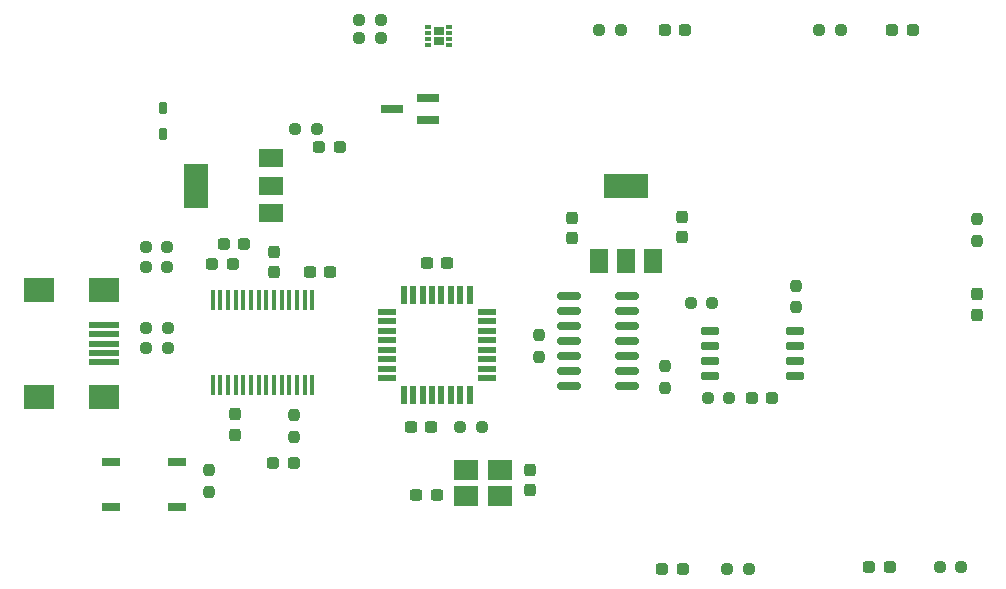
<source format=gbr>
%TF.GenerationSoftware,KiCad,Pcbnew,7.0.7*%
%TF.CreationDate,2023-10-17T21:46:05+02:00*%
%TF.ProjectId,Motherboard_pico,4d6f7468-6572-4626-9f61-72645f706963,rev?*%
%TF.SameCoordinates,Original*%
%TF.FileFunction,Paste,Top*%
%TF.FilePolarity,Positive*%
%FSLAX46Y46*%
G04 Gerber Fmt 4.6, Leading zero omitted, Abs format (unit mm)*
G04 Created by KiCad (PCBNEW 7.0.7) date 2023-10-17 21:46:05*
%MOMM*%
%LPD*%
G01*
G04 APERTURE LIST*
G04 Aperture macros list*
%AMRoundRect*
0 Rectangle with rounded corners*
0 $1 Rounding radius*
0 $2 $3 $4 $5 $6 $7 $8 $9 X,Y pos of 4 corners*
0 Add a 4 corners polygon primitive as box body*
4,1,4,$2,$3,$4,$5,$6,$7,$8,$9,$2,$3,0*
0 Add four circle primitives for the rounded corners*
1,1,$1+$1,$2,$3*
1,1,$1+$1,$4,$5*
1,1,$1+$1,$6,$7*
1,1,$1+$1,$8,$9*
0 Add four rect primitives between the rounded corners*
20,1,$1+$1,$2,$3,$4,$5,0*
20,1,$1+$1,$4,$5,$6,$7,0*
20,1,$1+$1,$6,$7,$8,$9,0*
20,1,$1+$1,$8,$9,$2,$3,0*%
G04 Aperture macros list end*
%ADD10RoundRect,0.237500X0.250000X0.237500X-0.250000X0.237500X-0.250000X-0.237500X0.250000X-0.237500X0*%
%ADD11RoundRect,0.237500X0.287500X0.237500X-0.287500X0.237500X-0.287500X-0.237500X0.287500X-0.237500X0*%
%ADD12RoundRect,0.237500X-0.237500X0.300000X-0.237500X-0.300000X0.237500X-0.300000X0.237500X0.300000X0*%
%ADD13RoundRect,0.237500X-0.237500X0.250000X-0.237500X-0.250000X0.237500X-0.250000X0.237500X0.250000X0*%
%ADD14RoundRect,0.237500X-0.300000X-0.237500X0.300000X-0.237500X0.300000X0.237500X-0.300000X0.237500X0*%
%ADD15RoundRect,0.237500X0.237500X-0.300000X0.237500X0.300000X-0.237500X0.300000X-0.237500X-0.300000X0*%
%ADD16RoundRect,0.237500X-0.250000X-0.237500X0.250000X-0.237500X0.250000X0.237500X-0.250000X0.237500X0*%
%ADD17RoundRect,0.237500X0.237500X-0.287500X0.237500X0.287500X-0.237500X0.287500X-0.237500X-0.287500X0*%
%ADD18RoundRect,0.237500X0.237500X-0.250000X0.237500X0.250000X-0.237500X0.250000X-0.237500X-0.250000X0*%
%ADD19R,2.499360X0.497840*%
%ADD20R,2.499360X1.998980*%
%ADD21R,0.550000X1.600000*%
%ADD22R,1.600000X0.550000*%
%ADD23RoundRect,0.237500X-0.287500X-0.237500X0.287500X-0.237500X0.287500X0.237500X-0.287500X0.237500X0*%
%ADD24RoundRect,0.150000X-0.650000X-0.150000X0.650000X-0.150000X0.650000X0.150000X-0.650000X0.150000X0*%
%ADD25RoundRect,0.237500X0.300000X0.237500X-0.300000X0.237500X-0.300000X-0.237500X0.300000X-0.237500X0*%
%ADD26R,2.000000X1.500000*%
%ADD27R,2.000000X3.800000*%
%ADD28R,0.450000X1.750000*%
%ADD29R,1.900000X0.800000*%
%ADD30RoundRect,0.150000X-0.150000X0.400000X-0.150000X-0.400000X0.150000X-0.400000X0.150000X0.400000X0*%
%ADD31R,2.100000X1.800000*%
%ADD32R,1.524000X0.762000*%
%ADD33RoundRect,0.150000X-0.825000X-0.150000X0.825000X-0.150000X0.825000X0.150000X-0.825000X0.150000X0*%
%ADD34R,0.850000X0.650000*%
%ADD35R,0.500000X0.300000*%
%ADD36R,1.500000X2.000000*%
%ADD37R,3.800000X2.000000*%
G04 APERTURE END LIST*
D10*
%TO.C,R7*%
X152940000Y-87480000D03*
X151115000Y-87480000D03*
%TD*%
%TO.C,R11*%
X173300000Y-86800000D03*
X171475000Y-86800000D03*
%TD*%
D11*
%TO.C,RX1*%
X140420000Y-106630000D03*
X138670000Y-106630000D03*
%TD*%
D12*
%TO.C,C4*%
X165620000Y-124067500D03*
X165620000Y-125792500D03*
%TD*%
D13*
%TO.C,R2*%
X138450000Y-124087500D03*
X138450000Y-125912500D03*
%TD*%
D12*
%TO.C,C10*%
X169150000Y-102737500D03*
X169150000Y-104462500D03*
%TD*%
D11*
%TO.C,TX1*%
X141420000Y-104930000D03*
X139670000Y-104930000D03*
%TD*%
D14*
%TO.C,C2*%
X146957500Y-107330000D03*
X148682500Y-107330000D03*
%TD*%
D15*
%TO.C,C8*%
X143920000Y-107330000D03*
X143920000Y-105605000D03*
%TD*%
D16*
%TO.C,R14*%
X182275000Y-132500000D03*
X184100000Y-132500000D03*
%TD*%
D11*
%TO.C,D6*%
X149520000Y-96730000D03*
X147770000Y-96730000D03*
%TD*%
D16*
%TO.C,R5*%
X133095000Y-112080000D03*
X134920000Y-112080000D03*
%TD*%
D17*
%TO.C,D12*%
X203400000Y-110950000D03*
X203400000Y-109200000D03*
%TD*%
D18*
%TO.C,R15*%
X203400000Y-104700000D03*
X203400000Y-102875000D03*
%TD*%
D13*
%TO.C,R3*%
X145620000Y-119430000D03*
X145620000Y-121255000D03*
%TD*%
D19*
%TO.C,J9*%
X129499580Y-113377560D03*
X129499580Y-112580000D03*
X129499580Y-114975220D03*
X129499580Y-114175120D03*
D20*
X124000480Y-108879220D03*
X129499580Y-108879220D03*
X124000480Y-117875900D03*
X129499580Y-117875900D03*
D19*
X129499580Y-111779900D03*
%TD*%
D21*
%TO.C,U1*%
X154900000Y-117750000D03*
X155700000Y-117750000D03*
X156500000Y-117750000D03*
X157300000Y-117750000D03*
X158100000Y-117750000D03*
X158900000Y-117750000D03*
X159700000Y-117750000D03*
X160500000Y-117750000D03*
D22*
X161950000Y-116300000D03*
X161950000Y-115500000D03*
X161950000Y-114700000D03*
X161950000Y-113900000D03*
X161950000Y-113100000D03*
X161950000Y-112300000D03*
X161950000Y-111500000D03*
X161950000Y-110700000D03*
D21*
X160500000Y-109250000D03*
X159700000Y-109250000D03*
X158900000Y-109250000D03*
X158100000Y-109250000D03*
X157300000Y-109250000D03*
X156500000Y-109250000D03*
X155700000Y-109250000D03*
X154900000Y-109250000D03*
D22*
X153450000Y-110700000D03*
X153450000Y-111500000D03*
X153450000Y-112300000D03*
X153450000Y-113100000D03*
X153450000Y-113900000D03*
X153450000Y-114700000D03*
X153450000Y-115500000D03*
X153450000Y-116300000D03*
%TD*%
D16*
%TO.C,R10*%
X145735000Y-95180000D03*
X147560000Y-95180000D03*
%TD*%
D23*
%TO.C,D1*%
X143845000Y-123530000D03*
X145595000Y-123530000D03*
%TD*%
D16*
%TO.C,R8*%
X133045000Y-106930000D03*
X134870000Y-106930000D03*
%TD*%
D10*
%TO.C,R12*%
X191912500Y-86800000D03*
X190087500Y-86800000D03*
%TD*%
D18*
%TO.C,R17*%
X188150000Y-110312500D03*
X188150000Y-108487500D03*
%TD*%
D24*
%TO.C,IC1*%
X180850000Y-112295000D03*
X180850000Y-113565000D03*
X180850000Y-114835000D03*
X180850000Y-116105000D03*
X188050000Y-116105000D03*
X188050000Y-114835000D03*
X188050000Y-113565000D03*
X188050000Y-112295000D03*
%TD*%
D10*
%TO.C,R16*%
X182462500Y-118000000D03*
X180637500Y-118000000D03*
%TD*%
%TO.C,R19*%
X181032500Y-109930000D03*
X179207500Y-109930000D03*
%TD*%
D25*
%TO.C,C12*%
X157245000Y-120430000D03*
X155520000Y-120430000D03*
%TD*%
D16*
%TO.C,R13*%
X200300000Y-132300000D03*
X202125000Y-132300000D03*
%TD*%
D11*
%TO.C,D8*%
X178735000Y-86800000D03*
X176985000Y-86800000D03*
%TD*%
D26*
%TO.C,U3*%
X143650000Y-102300000D03*
X143650000Y-100000000D03*
D27*
X137350000Y-100000000D03*
D26*
X143650000Y-97700000D03*
%TD*%
D16*
%TO.C,R9*%
X133045000Y-105180000D03*
X134870000Y-105180000D03*
%TD*%
D28*
%TO.C,U6*%
X138725000Y-116900000D03*
X139375000Y-116900000D03*
X140025000Y-116900000D03*
X140675000Y-116900000D03*
X141325000Y-116900000D03*
X141975000Y-116900000D03*
X142625000Y-116900000D03*
X143275000Y-116900000D03*
X143925000Y-116900000D03*
X144575000Y-116900000D03*
X145225000Y-116900000D03*
X145875000Y-116900000D03*
X146525000Y-116900000D03*
X147175000Y-116900000D03*
X147175000Y-109700000D03*
X146525000Y-109700000D03*
X145875000Y-109700000D03*
X145225000Y-109700000D03*
X144575000Y-109700000D03*
X143925000Y-109700000D03*
X143275000Y-109700000D03*
X142625000Y-109700000D03*
X141975000Y-109700000D03*
X141325000Y-109700000D03*
X140675000Y-109700000D03*
X140025000Y-109700000D03*
X139375000Y-109700000D03*
X138725000Y-109700000D03*
%TD*%
D18*
%TO.C,R20*%
X177000000Y-117112500D03*
X177000000Y-115287500D03*
%TD*%
D11*
%TO.C,D13*%
X186125000Y-118000000D03*
X184375000Y-118000000D03*
%TD*%
D29*
%TO.C,Q1*%
X156920000Y-94480000D03*
X156920000Y-92580000D03*
X153920000Y-93530000D03*
%TD*%
D12*
%TO.C,C9*%
X140620000Y-119367500D03*
X140620000Y-121092500D03*
%TD*%
D16*
%TO.C,R4*%
X133095000Y-113730000D03*
X134920000Y-113730000D03*
%TD*%
D25*
%TO.C,C1*%
X158602500Y-106550000D03*
X156877500Y-106550000D03*
%TD*%
D30*
%TO.C,D7*%
X134500000Y-93400000D03*
X134500000Y-95600000D03*
%TD*%
D23*
%TO.C,D10*%
X194337500Y-132300000D03*
X196087500Y-132300000D03*
%TD*%
D10*
%TO.C,R1*%
X161532500Y-120430000D03*
X159707500Y-120430000D03*
%TD*%
D31*
%TO.C,Y1*%
X163070000Y-124067500D03*
X160170000Y-124067500D03*
X160170000Y-126267500D03*
X163070000Y-126267500D03*
%TD*%
D25*
%TO.C,C3*%
X157682500Y-126230000D03*
X155957500Y-126230000D03*
%TD*%
D32*
%TO.C,S1*%
X130156000Y-123395000D03*
X135744000Y-123395000D03*
X130156000Y-127205000D03*
X135744000Y-127205000D03*
%TD*%
D10*
%TO.C,R6*%
X152942500Y-85970000D03*
X151117500Y-85970000D03*
%TD*%
D13*
%TO.C,R18*%
X166350000Y-112687500D03*
X166350000Y-114512500D03*
%TD*%
D33*
%TO.C,U5*%
X168900000Y-109350000D03*
X168900000Y-110620000D03*
X168900000Y-111890000D03*
X168900000Y-113160000D03*
X168900000Y-114430000D03*
X168900000Y-115700000D03*
X168900000Y-116970000D03*
X173850000Y-116970000D03*
X173850000Y-115700000D03*
X173850000Y-114430000D03*
X173850000Y-113160000D03*
X173850000Y-111890000D03*
X173850000Y-110620000D03*
X173850000Y-109350000D03*
%TD*%
D34*
%TO.C,U2*%
X157872500Y-86923750D03*
X157872500Y-87798750D03*
D35*
X156972500Y-86611250D03*
X156972500Y-87111250D03*
X156972500Y-87611250D03*
X156972500Y-88111250D03*
X158772500Y-88111250D03*
X158772500Y-87611250D03*
X158772500Y-87111250D03*
X158772500Y-86611250D03*
%TD*%
D23*
%TO.C,D11*%
X176812500Y-132500000D03*
X178562500Y-132500000D03*
%TD*%
D11*
%TO.C,D9*%
X198000000Y-86800000D03*
X196250000Y-86800000D03*
%TD*%
D36*
%TO.C,U4*%
X171450000Y-106350000D03*
X173750000Y-106350000D03*
D37*
X173750000Y-100050000D03*
D36*
X176050000Y-106350000D03*
%TD*%
D15*
%TO.C,C7*%
X178450000Y-104362500D03*
X178450000Y-102637500D03*
%TD*%
M02*

</source>
